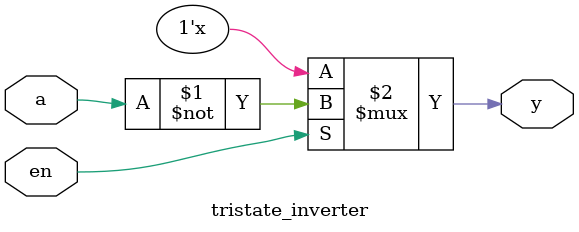
<source format=sv>
`timescale 1ns / 1ps


module tristate_inverter(input logic en,a,
    output logic y
    );
assign y = en? ~a: 1'bz;
endmodule

</source>
